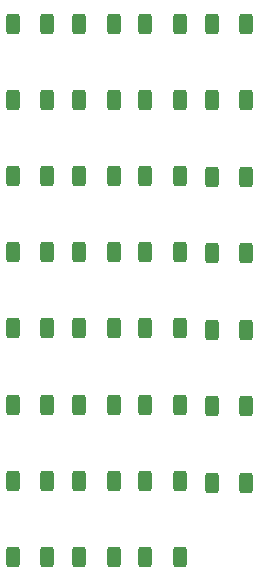
<source format=gbr>
%TF.GenerationSoftware,KiCad,Pcbnew,7.0.7*%
%TF.CreationDate,2023-12-24T21:52:19-06:00*%
%TF.ProjectId,LED Tester,4c454420-5465-4737-9465-722e6b696361,rev?*%
%TF.SameCoordinates,Original*%
%TF.FileFunction,Paste,Top*%
%TF.FilePolarity,Positive*%
%FSLAX46Y46*%
G04 Gerber Fmt 4.6, Leading zero omitted, Abs format (unit mm)*
G04 Created by KiCad (PCBNEW 7.0.7) date 2023-12-24 21:52:19*
%MOMM*%
%LPD*%
G01*
G04 APERTURE LIST*
G04 Aperture macros list*
%AMRoundRect*
0 Rectangle with rounded corners*
0 $1 Rounding radius*
0 $2 $3 $4 $5 $6 $7 $8 $9 X,Y pos of 4 corners*
0 Add a 4 corners polygon primitive as box body*
4,1,4,$2,$3,$4,$5,$6,$7,$8,$9,$2,$3,0*
0 Add four circle primitives for the rounded corners*
1,1,$1+$1,$2,$3*
1,1,$1+$1,$4,$5*
1,1,$1+$1,$6,$7*
1,1,$1+$1,$8,$9*
0 Add four rect primitives between the rounded corners*
20,1,$1+$1,$2,$3,$4,$5,0*
20,1,$1+$1,$4,$5,$6,$7,0*
20,1,$1+$1,$6,$7,$8,$9,0*
20,1,$1+$1,$8,$9,$2,$3,0*%
G04 Aperture macros list end*
%ADD10RoundRect,0.250000X-0.312500X-0.625000X0.312500X-0.625000X0.312500X0.625000X-0.312500X0.625000X0*%
G04 APERTURE END LIST*
D10*
%TO.C,R30*%
X119685000Y-98238300D03*
X122610000Y-98238300D03*
%TD*%
%TO.C,R14*%
X108465000Y-98108600D03*
X111390000Y-98108600D03*
%TD*%
%TO.C,R8*%
X102855000Y-111000000D03*
X105780000Y-111000000D03*
%TD*%
%TO.C,R20*%
X114075000Y-85217100D03*
X117000000Y-85217100D03*
%TD*%
%TO.C,R16*%
X108465000Y-111000000D03*
X111390000Y-111000000D03*
%TD*%
%TO.C,R25*%
X119685000Y-65880000D03*
X122610000Y-65880000D03*
%TD*%
%TO.C,R6*%
X102855000Y-98108600D03*
X105780000Y-98108600D03*
%TD*%
%TO.C,R22*%
X114075000Y-98108600D03*
X117000000Y-98108600D03*
%TD*%
%TO.C,R24*%
X114075000Y-111000000D03*
X117000000Y-111000000D03*
%TD*%
%TO.C,R4*%
X102855000Y-85217100D03*
X105780000Y-85217100D03*
%TD*%
%TO.C,R21*%
X114075000Y-91662900D03*
X117000000Y-91662900D03*
%TD*%
%TO.C,R18*%
X114075000Y-72325700D03*
X117000000Y-72325700D03*
%TD*%
%TO.C,R19*%
X114075000Y-78771400D03*
X117000000Y-78771400D03*
%TD*%
%TO.C,R3*%
X102855000Y-78771400D03*
X105780000Y-78771400D03*
%TD*%
%TO.C,R29*%
X119685000Y-91766700D03*
X122610000Y-91766700D03*
%TD*%
%TO.C,R17*%
X114075000Y-65880000D03*
X117000000Y-65880000D03*
%TD*%
%TO.C,R12*%
X108465000Y-85217100D03*
X111390000Y-85217100D03*
%TD*%
%TO.C,R11*%
X108465000Y-78771400D03*
X111390000Y-78771400D03*
%TD*%
%TO.C,R7*%
X102855000Y-104554300D03*
X105780000Y-104554300D03*
%TD*%
%TO.C,R27*%
X119685000Y-78823300D03*
X122610000Y-78823300D03*
%TD*%
%TO.C,R23*%
X114075000Y-104554300D03*
X117000000Y-104554300D03*
%TD*%
%TO.C,R31*%
X119685000Y-104710000D03*
X122610000Y-104710000D03*
%TD*%
%TO.C,R2*%
X102855000Y-72325700D03*
X105780000Y-72325700D03*
%TD*%
%TO.C,R26*%
X119685000Y-72351700D03*
X122610000Y-72351700D03*
%TD*%
%TO.C,R10*%
X108465000Y-72325700D03*
X111390000Y-72325700D03*
%TD*%
%TO.C,R5*%
X102855000Y-91662900D03*
X105780000Y-91662900D03*
%TD*%
%TO.C,R15*%
X108465000Y-104554300D03*
X111390000Y-104554300D03*
%TD*%
%TO.C,R9*%
X108465000Y-65880000D03*
X111390000Y-65880000D03*
%TD*%
%TO.C,R1*%
X102855000Y-65880000D03*
X105780000Y-65880000D03*
%TD*%
%TO.C,R28*%
X119685000Y-85295000D03*
X122610000Y-85295000D03*
%TD*%
%TO.C,R13*%
X108465000Y-91662900D03*
X111390000Y-91662900D03*
%TD*%
M02*

</source>
